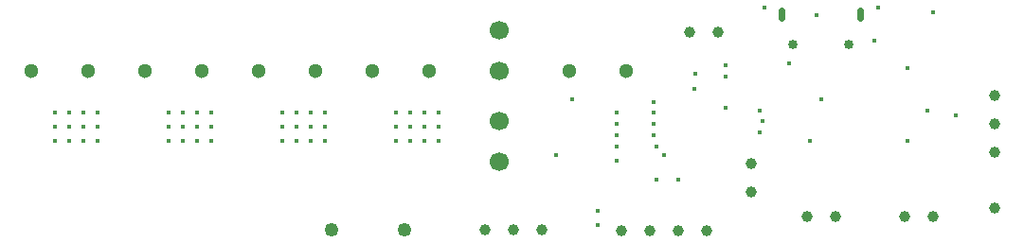
<source format=gbr>
%TF.GenerationSoftware,KiCad,Pcbnew,(5.1.5)-3*%
%TF.CreationDate,2020-01-15T23:44:26-05:00*%
%TF.ProjectId,STM32_Klipper_Expander,53544d33-325f-44b6-9c69-707065725f45,rev?*%
%TF.SameCoordinates,Original*%
%TF.FileFunction,Plated,1,2,PTH,Mixed*%
%TF.FilePolarity,Positive*%
%FSLAX46Y46*%
G04 Gerber Fmt 4.6, Leading zero omitted, Abs format (unit mm)*
G04 Created by KiCad (PCBNEW (5.1.5)-3) date 2020-01-15 23:44:26*
%MOMM*%
%LPD*%
G04 APERTURE LIST*
%TA.AperFunction,ViaDrill*%
%ADD10C,0.400000*%
%TD*%
G04 aperture for slot hole*
%TA.AperFunction,ComponentDrill*%
%ADD11C,0.600000*%
%TD*%
%TA.AperFunction,ComponentDrill*%
%ADD12C,0.850000*%
%TD*%
%TA.AperFunction,ComponentDrill*%
%ADD13C,1.000000*%
%TD*%
%TA.AperFunction,ComponentDrill*%
%ADD14C,1.250000*%
%TD*%
%TA.AperFunction,ComponentDrill*%
%ADD15C,1.300000*%
%TD*%
%TA.AperFunction,ComponentDrill*%
%ADD16C,1.700000*%
%TD*%
G04 APERTURE END LIST*
D10*
X113305000Y-86170000D03*
X113305000Y-87440000D03*
X113305000Y-88710000D03*
X114575000Y-86170000D03*
X114575000Y-87440000D03*
X114575000Y-88710000D03*
X115845000Y-86170000D03*
X115845000Y-87440000D03*
X115845000Y-88710000D03*
X117115000Y-86170000D03*
X117115000Y-87440000D03*
X117115000Y-88710000D03*
X123465000Y-86170000D03*
X123465000Y-87440000D03*
X123465000Y-88710000D03*
X124735000Y-86170000D03*
X124735000Y-87440000D03*
X124735000Y-88710000D03*
X126005000Y-86170000D03*
X126005000Y-87440000D03*
X126005000Y-88710000D03*
X127275000Y-86170000D03*
X127275000Y-87440000D03*
X127275000Y-88710000D03*
X133625000Y-86170000D03*
X133625000Y-87440000D03*
X133625000Y-88710000D03*
X134895000Y-86170000D03*
X134895000Y-87440000D03*
X134895000Y-88710000D03*
X136165000Y-86170000D03*
X136165000Y-87440000D03*
X136165000Y-88710000D03*
X137435000Y-86170000D03*
X137435000Y-87440000D03*
X137435000Y-88710000D03*
X143785000Y-86170000D03*
X143785000Y-87440000D03*
X143785000Y-88710000D03*
X145055000Y-86170000D03*
X145055000Y-87440000D03*
X145055000Y-88710000D03*
X146325000Y-86170000D03*
X146325000Y-87440000D03*
X146325000Y-88710000D03*
X147595000Y-86170000D03*
X147595000Y-87440000D03*
X147595000Y-88710000D03*
X158036563Y-90011563D03*
X159500000Y-85000000D03*
X161750000Y-95000000D03*
X161750000Y-96250000D03*
X163500000Y-86250000D03*
X163500000Y-87250000D03*
X163500000Y-88250000D03*
X163500000Y-89250000D03*
X163500000Y-90500000D03*
X166750000Y-85250000D03*
X166750000Y-86250000D03*
X166750000Y-87250000D03*
X166750000Y-88250000D03*
X167000000Y-89250000D03*
X167000000Y-92250000D03*
X167750000Y-90000000D03*
X169000000Y-92250000D03*
X170417948Y-84054701D03*
X170475000Y-82725000D03*
X173250000Y-81999997D03*
X173250000Y-83000000D03*
X173250000Y-85750000D03*
X176250000Y-86000000D03*
X176250000Y-88000000D03*
X176500000Y-87000000D03*
X176666500Y-76833500D03*
X178918000Y-81834000D03*
X180750000Y-88750000D03*
X181350200Y-77459000D03*
X181750000Y-85000000D03*
X186538000Y-79802000D03*
X186822000Y-76829000D03*
X189500000Y-82250000D03*
X189500000Y-88750000D03*
X191250000Y-86000000D03*
X191750000Y-77250000D03*
X193750000Y-86500000D03*
D11*
%TO.C,J1*%
X178242000Y-77071500D02*
X178242000Y-77771500D01*
X185242000Y-77771500D02*
X185242000Y-77071500D01*
D12*
X179242000Y-80121500D03*
X184242000Y-80121500D03*
D13*
%TO.C,J11*%
X197250000Y-84670000D03*
X197250000Y-87210000D03*
X197250000Y-89750000D03*
%TO.C,J9*%
X180500000Y-95500000D03*
X183000000Y-95500000D03*
%TO.C,J8*%
X189250000Y-95500000D03*
X191750000Y-95500000D03*
%TO.C,J10*%
X197250000Y-94750000D03*
%TO.C,J12*%
X175500000Y-90750000D03*
X175500000Y-93290000D03*
%TO.C,J7*%
X170000000Y-79000000D03*
X172540000Y-79000000D03*
%TO.C,J4*%
X151670000Y-96750000D03*
X154210000Y-96750000D03*
X156750000Y-96750000D03*
%TO.C,J2*%
X163874000Y-96778000D03*
X166414000Y-96778000D03*
X168954000Y-96778000D03*
X171494000Y-96778000D03*
D14*
%TO.C,SW2*%
X138000000Y-96750000D03*
X144500000Y-96750000D03*
D15*
%TO.C,J6*%
X111190000Y-82500000D03*
X116270000Y-82500000D03*
X121350000Y-82500000D03*
X126430000Y-82500000D03*
X131510000Y-82500000D03*
X136590000Y-82500000D03*
X141670000Y-82500000D03*
X146750000Y-82500000D03*
%TO.C,J5*%
X159270000Y-82500000D03*
X164350000Y-82500000D03*
D16*
%TO.C,F1*%
X153000000Y-78845000D03*
X153000000Y-82505000D03*
X153000000Y-86975000D03*
X153000000Y-90635000D03*
M02*

</source>
